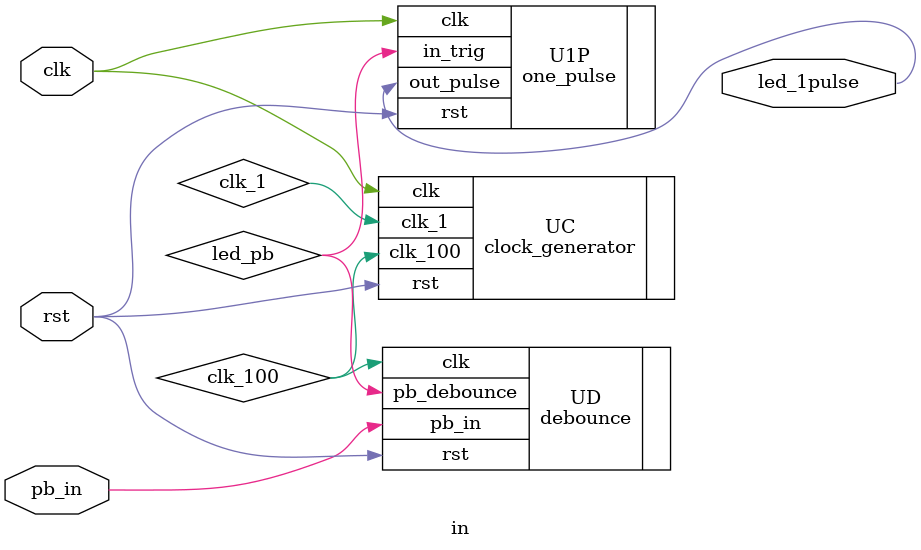
<source format=v>
`timescale 1ns / 1ps


module in(
    clk,
    rst,
    pb_in,
    led_1pulse
    );
    input clk;
    input rst;
    input pb_in;
    wire led_pb;
    wire clk_1;
    wire clk_100;
    
    output led_1pulse;
    clock_generator UC (
        .clk(clk),
        .rst(rst),
        .clk_1(clk_1),
        .clk_100(clk_100)
        );
    debounce UD (
        .clk(clk_100), 
        .rst(rst),
        .pb_in(pb_in),
        .pb_debounce(led_pb)
        );
    one_pulse U1P(
        .clk(clk),
        .rst(rst),
        .in_trig(led_pb),
        .out_pulse(led_1pulse)
        );
endmodule

</source>
